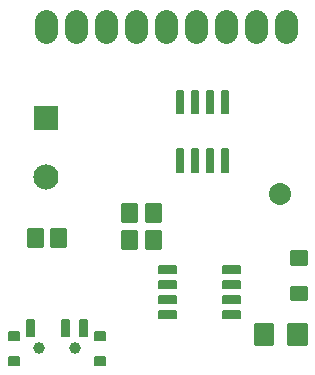
<source format=gbr>
G04 EAGLE Gerber RS-274X export*
G75*
%MOMM*%
%FSLAX34Y34*%
%LPD*%
%INSoldermask Top*%
%IPPOS*%
%AMOC8*
5,1,8,0,0,1.08239X$1,22.5*%
G01*
%ADD10C,0.238272*%
%ADD11C,0.171600*%
%ADD12C,0.221272*%
%ADD13C,0.255238*%
%ADD14C,0.177100*%
%ADD15C,0.990000*%
%ADD16C,0.184800*%
%ADD17C,0.156503*%
%ADD18R,2.133600X2.133600*%
%ADD19C,2.133600*%
%ADD20C,1.981200*%
%ADD21C,1.863600*%


D10*
X127373Y144477D02*
X139007Y144477D01*
X139007Y129843D01*
X127373Y129843D01*
X127373Y144477D01*
X127373Y132107D02*
X139007Y132107D01*
X139007Y134371D02*
X127373Y134371D01*
X127373Y136635D02*
X139007Y136635D01*
X139007Y138899D02*
X127373Y138899D01*
X127373Y141163D02*
X139007Y141163D01*
X139007Y143427D02*
X127373Y143427D01*
X119007Y144477D02*
X107373Y144477D01*
X119007Y144477D02*
X119007Y129843D01*
X107373Y129843D01*
X107373Y144477D01*
X107373Y132107D02*
X119007Y132107D01*
X119007Y134371D02*
X107373Y134371D01*
X107373Y136635D02*
X119007Y136635D01*
X119007Y138899D02*
X107373Y138899D01*
X107373Y141163D02*
X119007Y141163D01*
X119007Y143427D02*
X107373Y143427D01*
X127373Y121617D02*
X139007Y121617D01*
X139007Y106983D01*
X127373Y106983D01*
X127373Y121617D01*
X127373Y109247D02*
X139007Y109247D01*
X139007Y111511D02*
X127373Y111511D01*
X127373Y113775D02*
X139007Y113775D01*
X139007Y116039D02*
X127373Y116039D01*
X127373Y118303D02*
X139007Y118303D01*
X139007Y120567D02*
X127373Y120567D01*
X119007Y121617D02*
X107373Y121617D01*
X119007Y121617D02*
X119007Y106983D01*
X107373Y106983D01*
X107373Y121617D01*
X107373Y109247D02*
X119007Y109247D01*
X119007Y111511D02*
X107373Y111511D01*
X107373Y113775D02*
X119007Y113775D01*
X119007Y116039D02*
X107373Y116039D01*
X107373Y118303D02*
X119007Y118303D01*
X119007Y120567D02*
X107373Y120567D01*
X38997Y108253D02*
X27363Y108253D01*
X27363Y122887D01*
X38997Y122887D01*
X38997Y108253D01*
X38997Y110517D02*
X27363Y110517D01*
X27363Y112781D02*
X38997Y112781D01*
X38997Y115045D02*
X27363Y115045D01*
X27363Y117309D02*
X38997Y117309D01*
X38997Y119573D02*
X27363Y119573D01*
X27363Y121837D02*
X38997Y121837D01*
X47363Y108253D02*
X58997Y108253D01*
X47363Y108253D02*
X47363Y122887D01*
X58997Y122887D01*
X58997Y108253D01*
X58997Y110517D02*
X47363Y110517D01*
X47363Y112781D02*
X58997Y112781D01*
X58997Y115045D02*
X47363Y115045D01*
X47363Y117309D02*
X58997Y117309D01*
X58997Y119573D02*
X47363Y119573D01*
X47363Y121837D02*
X58997Y121837D01*
D11*
X138508Y86183D02*
X152692Y86183D01*
X138508Y86183D02*
X138508Y91617D01*
X152692Y91617D01*
X152692Y86183D01*
X152692Y87813D02*
X138508Y87813D01*
X138508Y89443D02*
X152692Y89443D01*
X152692Y91073D02*
X138508Y91073D01*
X138508Y73483D02*
X152692Y73483D01*
X138508Y73483D02*
X138508Y78917D01*
X152692Y78917D01*
X152692Y73483D01*
X152692Y75113D02*
X138508Y75113D01*
X138508Y76743D02*
X152692Y76743D01*
X152692Y78373D02*
X138508Y78373D01*
X138508Y60783D02*
X152692Y60783D01*
X138508Y60783D02*
X138508Y66217D01*
X152692Y66217D01*
X152692Y60783D01*
X152692Y62413D02*
X138508Y62413D01*
X138508Y64043D02*
X152692Y64043D01*
X152692Y65673D02*
X138508Y65673D01*
X138508Y48083D02*
X152692Y48083D01*
X138508Y48083D02*
X138508Y53517D01*
X152692Y53517D01*
X152692Y48083D01*
X152692Y49713D02*
X138508Y49713D01*
X138508Y51343D02*
X152692Y51343D01*
X152692Y52973D02*
X138508Y52973D01*
X192748Y48083D02*
X206932Y48083D01*
X192748Y48083D02*
X192748Y53517D01*
X206932Y53517D01*
X206932Y48083D01*
X206932Y49713D02*
X192748Y49713D01*
X192748Y51343D02*
X206932Y51343D01*
X206932Y52973D02*
X192748Y52973D01*
X192748Y60783D02*
X206932Y60783D01*
X192748Y60783D02*
X192748Y66217D01*
X206932Y66217D01*
X206932Y60783D01*
X206932Y62413D02*
X192748Y62413D01*
X192748Y64043D02*
X206932Y64043D01*
X206932Y65673D02*
X192748Y65673D01*
X192748Y73483D02*
X206932Y73483D01*
X192748Y73483D02*
X192748Y78917D01*
X206932Y78917D01*
X206932Y73483D01*
X206932Y75113D02*
X192748Y75113D01*
X192748Y76743D02*
X206932Y76743D01*
X206932Y78373D02*
X192748Y78373D01*
X192748Y86183D02*
X206932Y86183D01*
X192748Y86183D02*
X192748Y91617D01*
X206932Y91617D01*
X206932Y86183D01*
X206932Y87813D02*
X192748Y87813D01*
X192748Y89443D02*
X206932Y89443D01*
X206932Y91073D02*
X192748Y91073D01*
D12*
X262942Y74222D02*
X262942Y63418D01*
X250138Y63418D01*
X250138Y74222D01*
X262942Y74222D01*
X262942Y65520D02*
X250138Y65520D01*
X250138Y67622D02*
X262942Y67622D01*
X262942Y69724D02*
X250138Y69724D01*
X250138Y71826D02*
X262942Y71826D01*
X262942Y73928D02*
X250138Y73928D01*
X262942Y93418D02*
X262942Y104222D01*
X262942Y93418D02*
X250138Y93418D01*
X250138Y104222D01*
X262942Y104222D01*
X262942Y95520D02*
X250138Y95520D01*
X250138Y97622D02*
X262942Y97622D01*
X262942Y99724D02*
X250138Y99724D01*
X250138Y101826D02*
X262942Y101826D01*
X262942Y103928D02*
X250138Y103928D01*
D13*
X234532Y26058D02*
X220068Y26058D01*
X220068Y42522D01*
X234532Y42522D01*
X234532Y26058D01*
X234532Y28482D02*
X220068Y28482D01*
X220068Y30906D02*
X234532Y30906D01*
X234532Y33330D02*
X220068Y33330D01*
X220068Y35754D02*
X234532Y35754D01*
X234532Y38178D02*
X220068Y38178D01*
X220068Y40602D02*
X234532Y40602D01*
X248068Y26058D02*
X262532Y26058D01*
X248068Y26058D02*
X248068Y42522D01*
X262532Y42522D01*
X262532Y26058D01*
X262532Y28482D02*
X248068Y28482D01*
X248068Y30906D02*
X262532Y30906D01*
X262532Y33330D02*
X248068Y33330D01*
X248068Y35754D02*
X262532Y35754D01*
X262532Y38178D02*
X248068Y38178D01*
X248068Y40602D02*
X262532Y40602D01*
D14*
X32535Y46355D02*
X32535Y32425D01*
X26605Y32425D01*
X26605Y46355D01*
X32535Y46355D01*
X32535Y34107D02*
X26605Y34107D01*
X26605Y35789D02*
X32535Y35789D01*
X32535Y37471D02*
X26605Y37471D01*
X26605Y39153D02*
X32535Y39153D01*
X32535Y40835D02*
X26605Y40835D01*
X26605Y42517D02*
X32535Y42517D01*
X32535Y44199D02*
X26605Y44199D01*
X26605Y45881D02*
X32535Y45881D01*
X62535Y46355D02*
X62535Y32425D01*
X56605Y32425D01*
X56605Y46355D01*
X62535Y46355D01*
X62535Y34107D02*
X56605Y34107D01*
X56605Y35789D02*
X62535Y35789D01*
X62535Y37471D02*
X56605Y37471D01*
X56605Y39153D02*
X62535Y39153D01*
X62535Y40835D02*
X56605Y40835D01*
X56605Y42517D02*
X62535Y42517D01*
X62535Y44199D02*
X56605Y44199D01*
X56605Y45881D02*
X62535Y45881D01*
X77535Y46355D02*
X77535Y32425D01*
X71605Y32425D01*
X71605Y46355D01*
X77535Y46355D01*
X77535Y34107D02*
X71605Y34107D01*
X71605Y35789D02*
X77535Y35789D01*
X77535Y37471D02*
X71605Y37471D01*
X71605Y39153D02*
X77535Y39153D01*
X77535Y40835D02*
X71605Y40835D01*
X71605Y42517D02*
X77535Y42517D01*
X77535Y44199D02*
X71605Y44199D01*
X71605Y45881D02*
X77535Y45881D01*
D15*
X37070Y21890D03*
X67070Y21890D03*
D16*
X20046Y28914D02*
X11094Y28914D01*
X11094Y35866D01*
X20046Y35866D01*
X20046Y28914D01*
X20046Y30670D02*
X11094Y30670D01*
X11094Y32426D02*
X20046Y32426D01*
X20046Y34182D02*
X11094Y34182D01*
X11094Y7914D02*
X20046Y7914D01*
X11094Y7914D02*
X11094Y14866D01*
X20046Y14866D01*
X20046Y7914D01*
X20046Y9670D02*
X11094Y9670D01*
X11094Y11426D02*
X20046Y11426D01*
X20046Y13182D02*
X11094Y13182D01*
X84094Y7914D02*
X93046Y7914D01*
X84094Y7914D02*
X84094Y14866D01*
X93046Y14866D01*
X93046Y7914D01*
X93046Y9670D02*
X84094Y9670D01*
X84094Y11426D02*
X93046Y11426D01*
X93046Y13182D02*
X84094Y13182D01*
X84094Y28914D02*
X93046Y28914D01*
X84094Y28914D02*
X84094Y35866D01*
X93046Y35866D01*
X93046Y28914D01*
X93046Y30670D02*
X84094Y30670D01*
X84094Y32426D02*
X93046Y32426D01*
X93046Y34182D02*
X84094Y34182D01*
D17*
X158558Y171661D02*
X158558Y190351D01*
X158558Y171661D02*
X153862Y171661D01*
X153862Y190351D01*
X158558Y190351D01*
X158558Y173148D02*
X153862Y173148D01*
X153862Y174635D02*
X158558Y174635D01*
X158558Y176122D02*
X153862Y176122D01*
X153862Y177609D02*
X158558Y177609D01*
X158558Y179096D02*
X153862Y179096D01*
X153862Y180583D02*
X158558Y180583D01*
X158558Y182070D02*
X153862Y182070D01*
X153862Y183557D02*
X158558Y183557D01*
X158558Y185044D02*
X153862Y185044D01*
X153862Y186531D02*
X158558Y186531D01*
X158558Y188018D02*
X153862Y188018D01*
X153862Y189505D02*
X158558Y189505D01*
X171258Y190351D02*
X171258Y171661D01*
X166562Y171661D01*
X166562Y190351D01*
X171258Y190351D01*
X171258Y173148D02*
X166562Y173148D01*
X166562Y174635D02*
X171258Y174635D01*
X171258Y176122D02*
X166562Y176122D01*
X166562Y177609D02*
X171258Y177609D01*
X171258Y179096D02*
X166562Y179096D01*
X166562Y180583D02*
X171258Y180583D01*
X171258Y182070D02*
X166562Y182070D01*
X166562Y183557D02*
X171258Y183557D01*
X171258Y185044D02*
X166562Y185044D01*
X166562Y186531D02*
X171258Y186531D01*
X171258Y188018D02*
X166562Y188018D01*
X166562Y189505D02*
X171258Y189505D01*
X183958Y190351D02*
X183958Y171661D01*
X179262Y171661D01*
X179262Y190351D01*
X183958Y190351D01*
X183958Y173148D02*
X179262Y173148D01*
X179262Y174635D02*
X183958Y174635D01*
X183958Y176122D02*
X179262Y176122D01*
X179262Y177609D02*
X183958Y177609D01*
X183958Y179096D02*
X179262Y179096D01*
X179262Y180583D02*
X183958Y180583D01*
X183958Y182070D02*
X179262Y182070D01*
X179262Y183557D02*
X183958Y183557D01*
X183958Y185044D02*
X179262Y185044D01*
X179262Y186531D02*
X183958Y186531D01*
X183958Y188018D02*
X179262Y188018D01*
X179262Y189505D02*
X183958Y189505D01*
X196658Y190351D02*
X196658Y171661D01*
X191962Y171661D01*
X191962Y190351D01*
X196658Y190351D01*
X196658Y173148D02*
X191962Y173148D01*
X191962Y174635D02*
X196658Y174635D01*
X196658Y176122D02*
X191962Y176122D01*
X191962Y177609D02*
X196658Y177609D01*
X196658Y179096D02*
X191962Y179096D01*
X191962Y180583D02*
X196658Y180583D01*
X196658Y182070D02*
X191962Y182070D01*
X191962Y183557D02*
X196658Y183557D01*
X196658Y185044D02*
X191962Y185044D01*
X191962Y186531D02*
X196658Y186531D01*
X196658Y188018D02*
X191962Y188018D01*
X191962Y189505D02*
X196658Y189505D01*
X196658Y221129D02*
X196658Y239819D01*
X196658Y221129D02*
X191962Y221129D01*
X191962Y239819D01*
X196658Y239819D01*
X196658Y222616D02*
X191962Y222616D01*
X191962Y224103D02*
X196658Y224103D01*
X196658Y225590D02*
X191962Y225590D01*
X191962Y227077D02*
X196658Y227077D01*
X196658Y228564D02*
X191962Y228564D01*
X191962Y230051D02*
X196658Y230051D01*
X196658Y231538D02*
X191962Y231538D01*
X191962Y233025D02*
X196658Y233025D01*
X196658Y234512D02*
X191962Y234512D01*
X191962Y235999D02*
X196658Y235999D01*
X196658Y237486D02*
X191962Y237486D01*
X191962Y238973D02*
X196658Y238973D01*
X183958Y239819D02*
X183958Y221129D01*
X179262Y221129D01*
X179262Y239819D01*
X183958Y239819D01*
X183958Y222616D02*
X179262Y222616D01*
X179262Y224103D02*
X183958Y224103D01*
X183958Y225590D02*
X179262Y225590D01*
X179262Y227077D02*
X183958Y227077D01*
X183958Y228564D02*
X179262Y228564D01*
X179262Y230051D02*
X183958Y230051D01*
X183958Y231538D02*
X179262Y231538D01*
X179262Y233025D02*
X183958Y233025D01*
X183958Y234512D02*
X179262Y234512D01*
X179262Y235999D02*
X183958Y235999D01*
X183958Y237486D02*
X179262Y237486D01*
X179262Y238973D02*
X183958Y238973D01*
X171258Y239819D02*
X171258Y221129D01*
X166562Y221129D01*
X166562Y239819D01*
X171258Y239819D01*
X171258Y222616D02*
X166562Y222616D01*
X166562Y224103D02*
X171258Y224103D01*
X171258Y225590D02*
X166562Y225590D01*
X166562Y227077D02*
X171258Y227077D01*
X171258Y228564D02*
X166562Y228564D01*
X166562Y230051D02*
X171258Y230051D01*
X171258Y231538D02*
X166562Y231538D01*
X166562Y233025D02*
X171258Y233025D01*
X171258Y234512D02*
X166562Y234512D01*
X166562Y235999D02*
X171258Y235999D01*
X171258Y237486D02*
X166562Y237486D01*
X166562Y238973D02*
X171258Y238973D01*
X158558Y239819D02*
X158558Y221129D01*
X153862Y221129D01*
X153862Y239819D01*
X158558Y239819D01*
X158558Y222616D02*
X153862Y222616D01*
X153862Y224103D02*
X158558Y224103D01*
X158558Y225590D02*
X153862Y225590D01*
X153862Y227077D02*
X158558Y227077D01*
X158558Y228564D02*
X153862Y228564D01*
X153862Y230051D02*
X158558Y230051D01*
X158558Y231538D02*
X153862Y231538D01*
X153862Y233025D02*
X158558Y233025D01*
X158558Y234512D02*
X153862Y234512D01*
X153862Y235999D02*
X158558Y235999D01*
X158558Y237486D02*
X153862Y237486D01*
X153862Y238973D02*
X158558Y238973D01*
D18*
X43180Y217170D03*
D19*
X43180Y167170D03*
D20*
X43180Y289941D02*
X43180Y299339D01*
X68580Y299339D02*
X68580Y289941D01*
X93980Y289941D02*
X93980Y299339D01*
X119380Y299339D02*
X119380Y289941D01*
X144780Y289941D02*
X144780Y299339D01*
X170180Y299339D02*
X170180Y289941D01*
X195580Y289941D02*
X195580Y299339D01*
X220980Y299339D02*
X220980Y289941D01*
X246380Y289941D02*
X246380Y299339D01*
D21*
X241300Y152400D03*
M02*

</source>
